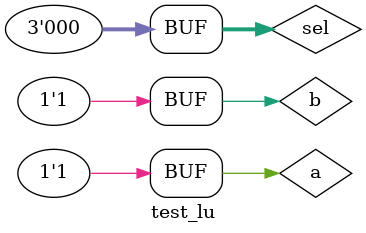
<source format=v>
module lu_full_7_ops ( output s_selected,
    input  a,
    input  b,
    input  [2:0] sel );
// definir dados locais
    wire or_result;
    wire nor_result;
    wire and_result;
    wire nand_result;
    wire xor_result;
    wire xnor_result;
    wire not_result;
    
// descrever por portas 
    or    OR1    ( or_result, a, b );
    nor   NOR1   ( nor_result, a, b );
    and   AND1   ( and_result, a, b );
    nand  NAND1  ( nand_result, a, b );
    xor   XOR1   ( xor_result, a, b );
    xnor  XNOR1  ( xnor_result, a, b );
    not   NOT1   ( not_result, a );

    wire nsel2, nsel1, nsel0;
    wire i0, i1, i2, i3, i4, i5, i6, i7;
    
    not NOT_SEL2 ( nsel2, sel[2] );
    not NOT_SEL1 ( nsel1, sel[1] );
    not NOT_SEL0 ( nsel0, sel[0] );
    
    and MUX_AND_0 ( i0, or_result, nsel2, nsel1, nsel0 );
    and MUX_AND_1 ( i1, nor_result, nsel2, nsel1, sel[0] );
    and MUX_AND_2 ( i2, and_result, nsel2, sel[1], nsel0 );
    and MUX_AND_3 ( i3, nand_result, nsel2, sel[1], sel[0] );
    and MUX_AND_4 ( i4, xor_result, sel[2], nsel1, nsel0 );
    and MUX_AND_5 ( i5, xnor_result, sel[2], nsel1, sel[0] );
    and MUX_AND_6 ( i6, not_result, sel[2], sel[1], nsel0 );
    and MUX_AND_7 ( i7, 1'b0, sel[2], sel[1], sel[0] ); 
    or MUX_OR ( s_selected, i0, i1, i2, i3, i4, i5, i6, i7 );
    
endmodule // lu_full_7_ops
// -------------------------
// test_lu
// -------------------------
module test_lu;
// ------------------------- definir dados
    reg a;
    reg b;
    reg [2:0] sel;
    wire s_selected;
    lu_full_7_ops LU1 ( .s_selected(s_selected), .a(a), .b(b), .sel(sel) );
    
// ------------------------- parte principal
    initial
      begin : main
        $display("Guia_0705 - Pedro Henrique Cardoso Maia - 874398");
        $display(" a | b | sel | s_selected | (Operacao)");

        a = 1'b0; b = 1'b0; sel = 3'b000; #1 $monitor("%2b | %2b | %3b | %10b | (OR)", a, b, sel, s_selected);
        a = 1'b0; b = 1'b1; sel = 3'b000; #1 $monitor("%2b | %2b | %3b | %10b | (OR)", a, b, sel, s_selected);
        a = 1'b1; b = 1'b0; sel = 3'b000; #1 $monitor("%2b | %2b | %3b | %10b | (OR)", a, b, sel, s_selected);
        a = 1'b1; b = 1'b1; sel = 3'b000; #1 $monitor("%2b | %2b | %3b | %10b | (OR)", a, b, sel, s_selected);
        
      end
endmodule // test_lu
</source>
